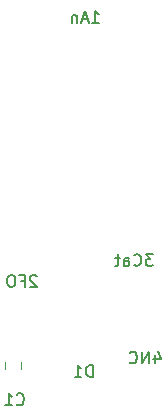
<source format=gbr>
G04 #@! TF.GenerationSoftware,KiCad,Pcbnew,(5.1.0)-1*
G04 #@! TF.CreationDate,2020-05-22T08:02:51-04:00*
G04 #@! TF.ProjectId,SiPMV4-60050,5369504d-5634-42d3-9630-3035302e6b69,rev?*
G04 #@! TF.SameCoordinates,Original*
G04 #@! TF.FileFunction,Legend,Bot*
G04 #@! TF.FilePolarity,Positive*
%FSLAX46Y46*%
G04 Gerber Fmt 4.6, Leading zero omitted, Abs format (unit mm)*
G04 Created by KiCad (PCBNEW (5.1.0)-1) date 2020-05-22 08:02:51*
%MOMM*%
%LPD*%
G04 APERTURE LIST*
%ADD10C,0.150000*%
%ADD11C,0.120000*%
G04 APERTURE END LIST*
D10*
X151606095Y-54157619D02*
X151558476Y-54110000D01*
X151463238Y-54062380D01*
X151225142Y-54062380D01*
X151129904Y-54110000D01*
X151082285Y-54157619D01*
X151034666Y-54252857D01*
X151034666Y-54348095D01*
X151082285Y-54490952D01*
X151653714Y-55062380D01*
X151034666Y-55062380D01*
X150272761Y-54538571D02*
X150606095Y-54538571D01*
X150606095Y-55062380D02*
X150606095Y-54062380D01*
X150129904Y-54062380D01*
X149558476Y-54062380D02*
X149368000Y-54062380D01*
X149272761Y-54110000D01*
X149177523Y-54205238D01*
X149129904Y-54395714D01*
X149129904Y-54729047D01*
X149177523Y-54919523D01*
X149272761Y-55014761D01*
X149368000Y-55062380D01*
X149558476Y-55062380D01*
X149653714Y-55014761D01*
X149748952Y-54919523D01*
X149796571Y-54729047D01*
X149796571Y-54395714D01*
X149748952Y-54205238D01*
X149653714Y-54110000D01*
X149558476Y-54062380D01*
X161615333Y-60872714D02*
X161615333Y-61539380D01*
X161853428Y-60491761D02*
X162091523Y-61206047D01*
X161472476Y-61206047D01*
X161091523Y-61539380D02*
X161091523Y-60539380D01*
X160520095Y-61539380D01*
X160520095Y-60539380D01*
X159472476Y-61444142D02*
X159520095Y-61491761D01*
X159662952Y-61539380D01*
X159758190Y-61539380D01*
X159901047Y-61491761D01*
X159996285Y-61396523D01*
X160043904Y-61301285D01*
X160091523Y-61110809D01*
X160091523Y-60967952D01*
X160043904Y-60777476D01*
X159996285Y-60682238D01*
X159901047Y-60587000D01*
X159758190Y-60539380D01*
X159662952Y-60539380D01*
X159520095Y-60587000D01*
X159472476Y-60634619D01*
X161464428Y-52284380D02*
X160845380Y-52284380D01*
X161178714Y-52665333D01*
X161035857Y-52665333D01*
X160940619Y-52712952D01*
X160893000Y-52760571D01*
X160845380Y-52855809D01*
X160845380Y-53093904D01*
X160893000Y-53189142D01*
X160940619Y-53236761D01*
X161035857Y-53284380D01*
X161321571Y-53284380D01*
X161416809Y-53236761D01*
X161464428Y-53189142D01*
X159845380Y-53189142D02*
X159893000Y-53236761D01*
X160035857Y-53284380D01*
X160131095Y-53284380D01*
X160273952Y-53236761D01*
X160369190Y-53141523D01*
X160416809Y-53046285D01*
X160464428Y-52855809D01*
X160464428Y-52712952D01*
X160416809Y-52522476D01*
X160369190Y-52427238D01*
X160273952Y-52332000D01*
X160131095Y-52284380D01*
X160035857Y-52284380D01*
X159893000Y-52332000D01*
X159845380Y-52379619D01*
X158988238Y-53284380D02*
X158988238Y-52760571D01*
X159035857Y-52665333D01*
X159131095Y-52617714D01*
X159321571Y-52617714D01*
X159416809Y-52665333D01*
X158988238Y-53236761D02*
X159083476Y-53284380D01*
X159321571Y-53284380D01*
X159416809Y-53236761D01*
X159464428Y-53141523D01*
X159464428Y-53046285D01*
X159416809Y-52951047D01*
X159321571Y-52903428D01*
X159083476Y-52903428D01*
X158988238Y-52855809D01*
X158654904Y-52617714D02*
X158273952Y-52617714D01*
X158512047Y-52284380D02*
X158512047Y-53141523D01*
X158464428Y-53236761D01*
X158369190Y-53284380D01*
X158273952Y-53284380D01*
X156297238Y-32710380D02*
X156868666Y-32710380D01*
X156582952Y-32710380D02*
X156582952Y-31710380D01*
X156678190Y-31853238D01*
X156773428Y-31948476D01*
X156868666Y-31996095D01*
X155916285Y-32424666D02*
X155440095Y-32424666D01*
X156011523Y-32710380D02*
X155678190Y-31710380D01*
X155344857Y-32710380D01*
X155011523Y-32043714D02*
X155011523Y-32710380D01*
X155011523Y-32138952D02*
X154963904Y-32091333D01*
X154868666Y-32043714D01*
X154725809Y-32043714D01*
X154630571Y-32091333D01*
X154582952Y-32186571D01*
X154582952Y-32710380D01*
D11*
X148896000Y-61460748D02*
X148896000Y-61983252D01*
X150316000Y-61460748D02*
X150316000Y-61983252D01*
D10*
X156346595Y-62690880D02*
X156346595Y-61690880D01*
X156108500Y-61690880D01*
X155965642Y-61738500D01*
X155870404Y-61833738D01*
X155822785Y-61928976D01*
X155775166Y-62119452D01*
X155775166Y-62262309D01*
X155822785Y-62452785D01*
X155870404Y-62548023D01*
X155965642Y-62643261D01*
X156108500Y-62690880D01*
X156346595Y-62690880D01*
X154822785Y-62690880D02*
X155394214Y-62690880D01*
X155108500Y-62690880D02*
X155108500Y-61690880D01*
X155203738Y-61833738D01*
X155298976Y-61928976D01*
X155394214Y-61976595D01*
X149899666Y-64991142D02*
X149947285Y-65038761D01*
X150090142Y-65086380D01*
X150185380Y-65086380D01*
X150328238Y-65038761D01*
X150423476Y-64943523D01*
X150471095Y-64848285D01*
X150518714Y-64657809D01*
X150518714Y-64514952D01*
X150471095Y-64324476D01*
X150423476Y-64229238D01*
X150328238Y-64134000D01*
X150185380Y-64086380D01*
X150090142Y-64086380D01*
X149947285Y-64134000D01*
X149899666Y-64181619D01*
X148947285Y-65086380D02*
X149518714Y-65086380D01*
X149233000Y-65086380D02*
X149233000Y-64086380D01*
X149328238Y-64229238D01*
X149423476Y-64324476D01*
X149518714Y-64372095D01*
M02*

</source>
